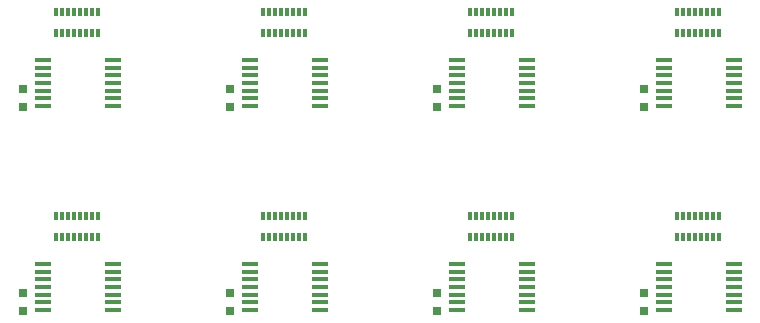
<source format=gbp>
G04 #@! TF.FileFunction,Paste,Bot*
%FSLAX46Y46*%
G04 Gerber Fmt 4.6, Leading zero omitted, Abs format (unit mm)*
G04 Created by KiCad (PCBNEW 4.0.5+dfsg1-4) date Sat May  5 18:48:22 2018*
%MOMM*%
%LPD*%
G01*
G04 APERTURE LIST*
%ADD10C,0.100000*%
%ADD11R,0.750000X0.800000*%
%ADD12R,0.300000X0.800000*%
%ADD13R,1.450000X0.450000*%
G04 APERTURE END LIST*
D10*
D11*
X196215000Y-132322000D03*
X196215000Y-130822000D03*
D12*
X199065000Y-124311000D03*
X199065000Y-126111000D03*
X202565000Y-124311000D03*
X202565000Y-126111000D03*
X199565000Y-124311000D03*
X200065000Y-124311000D03*
X200565000Y-124311000D03*
X201065000Y-124311000D03*
X201565000Y-124311000D03*
X202065000Y-124311000D03*
X199565000Y-126111000D03*
X200065000Y-126111000D03*
X200565000Y-126111000D03*
X201565000Y-126111000D03*
X201065000Y-126111000D03*
X202065000Y-126111000D03*
D13*
X180412600Y-132277400D03*
X180412600Y-131627400D03*
X180412600Y-130977400D03*
X180412600Y-130327400D03*
X180412600Y-129677400D03*
X180412600Y-129027400D03*
X180412600Y-128377400D03*
X186312600Y-128377400D03*
X186312600Y-129027400D03*
X186312600Y-129677400D03*
X186312600Y-130327400D03*
X186312600Y-130977400D03*
X186312600Y-131627400D03*
X186312600Y-132277400D03*
D11*
X178689000Y-132322000D03*
X178689000Y-130822000D03*
D13*
X197938600Y-132277400D03*
X197938600Y-131627400D03*
X197938600Y-130977400D03*
X197938600Y-130327400D03*
X197938600Y-129677400D03*
X197938600Y-129027400D03*
X197938600Y-128377400D03*
X203838600Y-128377400D03*
X203838600Y-129027400D03*
X203838600Y-129677400D03*
X203838600Y-130327400D03*
X203838600Y-130977400D03*
X203838600Y-131627400D03*
X203838600Y-132277400D03*
D12*
X181539000Y-124311000D03*
X181539000Y-126111000D03*
X185039000Y-124311000D03*
X185039000Y-126111000D03*
X182039000Y-124311000D03*
X182539000Y-124311000D03*
X183039000Y-124311000D03*
X183539000Y-124311000D03*
X184039000Y-124311000D03*
X184539000Y-124311000D03*
X182039000Y-126111000D03*
X182539000Y-126111000D03*
X183039000Y-126111000D03*
X184039000Y-126111000D03*
X183539000Y-126111000D03*
X184539000Y-126111000D03*
D13*
X145360600Y-132277400D03*
X145360600Y-131627400D03*
X145360600Y-130977400D03*
X145360600Y-130327400D03*
X145360600Y-129677400D03*
X145360600Y-129027400D03*
X145360600Y-128377400D03*
X151260600Y-128377400D03*
X151260600Y-129027400D03*
X151260600Y-129677400D03*
X151260600Y-130327400D03*
X151260600Y-130977400D03*
X151260600Y-131627400D03*
X151260600Y-132277400D03*
D11*
X143637000Y-132322000D03*
X143637000Y-130822000D03*
D12*
X146487000Y-124311000D03*
X146487000Y-126111000D03*
X149987000Y-124311000D03*
X149987000Y-126111000D03*
X146987000Y-124311000D03*
X147487000Y-124311000D03*
X147987000Y-124311000D03*
X148487000Y-124311000D03*
X148987000Y-124311000D03*
X149487000Y-124311000D03*
X146987000Y-126111000D03*
X147487000Y-126111000D03*
X147987000Y-126111000D03*
X148987000Y-126111000D03*
X148487000Y-126111000D03*
X149487000Y-126111000D03*
D11*
X161163000Y-132322000D03*
X161163000Y-130822000D03*
D13*
X162886600Y-132277400D03*
X162886600Y-131627400D03*
X162886600Y-130977400D03*
X162886600Y-130327400D03*
X162886600Y-129677400D03*
X162886600Y-129027400D03*
X162886600Y-128377400D03*
X168786600Y-128377400D03*
X168786600Y-129027400D03*
X168786600Y-129677400D03*
X168786600Y-130327400D03*
X168786600Y-130977400D03*
X168786600Y-131627400D03*
X168786600Y-132277400D03*
D12*
X164013000Y-124311000D03*
X164013000Y-126111000D03*
X167513000Y-124311000D03*
X167513000Y-126111000D03*
X164513000Y-124311000D03*
X165013000Y-124311000D03*
X165513000Y-124311000D03*
X166013000Y-124311000D03*
X166513000Y-124311000D03*
X167013000Y-124311000D03*
X164513000Y-126111000D03*
X165013000Y-126111000D03*
X165513000Y-126111000D03*
X166513000Y-126111000D03*
X166013000Y-126111000D03*
X167013000Y-126111000D03*
D11*
X196215000Y-115050000D03*
X196215000Y-113550000D03*
D12*
X181539000Y-107039000D03*
X181539000Y-108839000D03*
X185039000Y-107039000D03*
X185039000Y-108839000D03*
X182039000Y-107039000D03*
X182539000Y-107039000D03*
X183039000Y-107039000D03*
X183539000Y-107039000D03*
X184039000Y-107039000D03*
X184539000Y-107039000D03*
X182039000Y-108839000D03*
X182539000Y-108839000D03*
X183039000Y-108839000D03*
X184039000Y-108839000D03*
X183539000Y-108839000D03*
X184539000Y-108839000D03*
D11*
X178689000Y-115050000D03*
X178689000Y-113550000D03*
D13*
X197938600Y-115005400D03*
X197938600Y-114355400D03*
X197938600Y-113705400D03*
X197938600Y-113055400D03*
X197938600Y-112405400D03*
X197938600Y-111755400D03*
X197938600Y-111105400D03*
X203838600Y-111105400D03*
X203838600Y-111755400D03*
X203838600Y-112405400D03*
X203838600Y-113055400D03*
X203838600Y-113705400D03*
X203838600Y-114355400D03*
X203838600Y-115005400D03*
D12*
X199065000Y-107039000D03*
X199065000Y-108839000D03*
X202565000Y-107039000D03*
X202565000Y-108839000D03*
X199565000Y-107039000D03*
X200065000Y-107039000D03*
X200565000Y-107039000D03*
X201065000Y-107039000D03*
X201565000Y-107039000D03*
X202065000Y-107039000D03*
X199565000Y-108839000D03*
X200065000Y-108839000D03*
X200565000Y-108839000D03*
X201565000Y-108839000D03*
X201065000Y-108839000D03*
X202065000Y-108839000D03*
D13*
X180412600Y-115005400D03*
X180412600Y-114355400D03*
X180412600Y-113705400D03*
X180412600Y-113055400D03*
X180412600Y-112405400D03*
X180412600Y-111755400D03*
X180412600Y-111105400D03*
X186312600Y-111105400D03*
X186312600Y-111755400D03*
X186312600Y-112405400D03*
X186312600Y-113055400D03*
X186312600Y-113705400D03*
X186312600Y-114355400D03*
X186312600Y-115005400D03*
X162886600Y-115005400D03*
X162886600Y-114355400D03*
X162886600Y-113705400D03*
X162886600Y-113055400D03*
X162886600Y-112405400D03*
X162886600Y-111755400D03*
X162886600Y-111105400D03*
X168786600Y-111105400D03*
X168786600Y-111755400D03*
X168786600Y-112405400D03*
X168786600Y-113055400D03*
X168786600Y-113705400D03*
X168786600Y-114355400D03*
X168786600Y-115005400D03*
D12*
X164013000Y-107039000D03*
X164013000Y-108839000D03*
X167513000Y-107039000D03*
X167513000Y-108839000D03*
X164513000Y-107039000D03*
X165013000Y-107039000D03*
X165513000Y-107039000D03*
X166013000Y-107039000D03*
X166513000Y-107039000D03*
X167013000Y-107039000D03*
X164513000Y-108839000D03*
X165013000Y-108839000D03*
X165513000Y-108839000D03*
X166513000Y-108839000D03*
X166013000Y-108839000D03*
X167013000Y-108839000D03*
D11*
X161163000Y-115050000D03*
X161163000Y-113550000D03*
D12*
X146487000Y-107039000D03*
X146487000Y-108839000D03*
X149987000Y-107039000D03*
X149987000Y-108839000D03*
X146987000Y-107039000D03*
X147487000Y-107039000D03*
X147987000Y-107039000D03*
X148487000Y-107039000D03*
X148987000Y-107039000D03*
X149487000Y-107039000D03*
X146987000Y-108839000D03*
X147487000Y-108839000D03*
X147987000Y-108839000D03*
X148987000Y-108839000D03*
X148487000Y-108839000D03*
X149487000Y-108839000D03*
D11*
X143637000Y-115050000D03*
X143637000Y-113550000D03*
D13*
X145360600Y-115005400D03*
X145360600Y-114355400D03*
X145360600Y-113705400D03*
X145360600Y-113055400D03*
X145360600Y-112405400D03*
X145360600Y-111755400D03*
X145360600Y-111105400D03*
X151260600Y-111105400D03*
X151260600Y-111755400D03*
X151260600Y-112405400D03*
X151260600Y-113055400D03*
X151260600Y-113705400D03*
X151260600Y-114355400D03*
X151260600Y-115005400D03*
M02*

</source>
